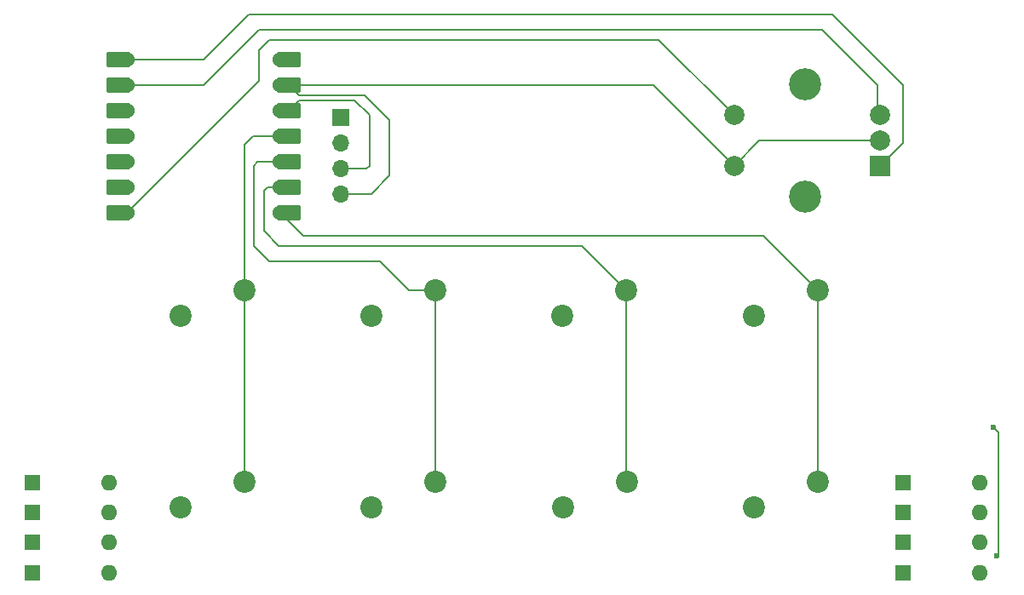
<source format=gbr>
%TF.GenerationSoftware,KiCad,Pcbnew,8.0.6*%
%TF.CreationDate,2024-10-26T22:47:31+05:30*%
%TF.ProjectId,Macropad,4d616372-6f70-4616-942e-6b696361645f,rev?*%
%TF.SameCoordinates,Original*%
%TF.FileFunction,Copper,L1,Top*%
%TF.FilePolarity,Positive*%
%FSLAX46Y46*%
G04 Gerber Fmt 4.6, Leading zero omitted, Abs format (unit mm)*
G04 Created by KiCad (PCBNEW 8.0.6) date 2024-10-26 22:47:31*
%MOMM*%
%LPD*%
G01*
G04 APERTURE LIST*
G04 Aperture macros list*
%AMRoundRect*
0 Rectangle with rounded corners*
0 $1 Rounding radius*
0 $2 $3 $4 $5 $6 $7 $8 $9 X,Y pos of 4 corners*
0 Add a 4 corners polygon primitive as box body*
4,1,4,$2,$3,$4,$5,$6,$7,$8,$9,$2,$3,0*
0 Add four circle primitives for the rounded corners*
1,1,$1+$1,$2,$3*
1,1,$1+$1,$4,$5*
1,1,$1+$1,$6,$7*
1,1,$1+$1,$8,$9*
0 Add four rect primitives between the rounded corners*
20,1,$1+$1,$2,$3,$4,$5,0*
20,1,$1+$1,$4,$5,$6,$7,0*
20,1,$1+$1,$6,$7,$8,$9,0*
20,1,$1+$1,$8,$9,$2,$3,0*%
G04 Aperture macros list end*
%TA.AperFunction,ComponentPad*%
%ADD10C,2.200000*%
%TD*%
%TA.AperFunction,ComponentPad*%
%ADD11R,1.600000X1.600000*%
%TD*%
%TA.AperFunction,ComponentPad*%
%ADD12O,1.600000X1.600000*%
%TD*%
%TA.AperFunction,ComponentPad*%
%ADD13R,2.000000X2.000000*%
%TD*%
%TA.AperFunction,ComponentPad*%
%ADD14C,2.000000*%
%TD*%
%TA.AperFunction,ComponentPad*%
%ADD15C,3.200000*%
%TD*%
%TA.AperFunction,SMDPad,CuDef*%
%ADD16RoundRect,0.152400X1.063600X0.609600X-1.063600X0.609600X-1.063600X-0.609600X1.063600X-0.609600X0*%
%TD*%
%TA.AperFunction,ComponentPad*%
%ADD17C,1.524000*%
%TD*%
%TA.AperFunction,SMDPad,CuDef*%
%ADD18RoundRect,0.152400X-1.063600X-0.609600X1.063600X-0.609600X1.063600X0.609600X-1.063600X0.609600X0*%
%TD*%
%TA.AperFunction,ComponentPad*%
%ADD19R,1.700000X1.700000*%
%TD*%
%TA.AperFunction,ComponentPad*%
%ADD20O,1.700000X1.700000*%
%TD*%
%TA.AperFunction,ViaPad*%
%ADD21C,0.600000*%
%TD*%
%TA.AperFunction,Conductor*%
%ADD22C,0.200000*%
%TD*%
G04 APERTURE END LIST*
D10*
%TO.P,SW3,1,1*%
%TO.N,Column 2*%
X128540000Y-109920000D03*
%TO.P,SW3,2,2*%
%TO.N,Net-(D3-A)*%
X122190000Y-112460000D03*
%TD*%
D11*
%TO.P,D8,1,K*%
%TO.N,Row 1*%
X69500000Y-138000000D03*
D12*
%TO.P,D8,2,A*%
%TO.N,Net-(D8-A)*%
X77120000Y-138000000D03*
%TD*%
D13*
%TO.P,SW9,A,A*%
%TO.N,ENC A*%
X153750000Y-97500000D03*
D14*
%TO.P,SW9,B,B*%
%TO.N,ENC B*%
X153750000Y-92500000D03*
%TO.P,SW9,C,C*%
%TO.N,GND*%
X153750000Y-95000000D03*
D15*
%TO.P,SW9,MP*%
%TO.N,N/C*%
X146250000Y-100600000D03*
X146250000Y-89400000D03*
D14*
%TO.P,SW9,S1,S1*%
%TO.N,enc switch*%
X139250000Y-92500000D03*
%TO.P,SW9,S2,S2*%
%TO.N,GND*%
X139250000Y-97500000D03*
%TD*%
D10*
%TO.P,SW8,1,1*%
%TO.N,Column 3*%
X147540000Y-128920000D03*
%TO.P,SW8,2,2*%
%TO.N,Net-(D8-A)*%
X141190000Y-131460000D03*
%TD*%
D11*
%TO.P,D4,1,K*%
%TO.N,Row 0*%
X156000000Y-138000000D03*
D12*
%TO.P,D4,2,A*%
%TO.N,Net-(D4-A)*%
X163620000Y-138000000D03*
%TD*%
D10*
%TO.P,SW4,1,1*%
%TO.N,Column 3*%
X147540000Y-109920000D03*
%TO.P,SW4,2,2*%
%TO.N,Net-(D4-A)*%
X141190000Y-112460000D03*
%TD*%
D16*
%TO.P,U1,1,PA02_A0_D0*%
%TO.N,ENC A*%
X78045000Y-86960000D03*
D17*
X78880000Y-86960000D03*
D16*
%TO.P,U1,2,PA4_A1_D1*%
%TO.N,ENC B*%
X78045000Y-89500000D03*
D17*
X78880000Y-89500000D03*
D16*
%TO.P,U1,3,PA10_A2_D2*%
%TO.N,Row 1*%
X78045000Y-92040000D03*
D17*
X78880000Y-92040000D03*
D16*
%TO.P,U1,4,PA11_A3_D3*%
%TO.N,Row 0*%
X78045000Y-94580000D03*
D17*
X78880000Y-94580000D03*
D16*
%TO.P,U1,5,PA8_A4_D4_SDA*%
%TO.N,SDA*%
X78045000Y-97120000D03*
D17*
X78880000Y-97120000D03*
D16*
%TO.P,U1,6,PA9_A5_D5_SCL*%
%TO.N,SCL*%
X78045000Y-99660000D03*
D17*
X78880000Y-99660000D03*
D16*
%TO.P,U1,7,PB08_A6_D6_TX*%
%TO.N,enc switch*%
X78045000Y-102200000D03*
D17*
X78880000Y-102200000D03*
%TO.P,U1,8,PB09_A7_D7_RX*%
%TO.N,Column 3*%
X94120000Y-102200000D03*
D18*
X94955000Y-102200000D03*
D17*
%TO.P,U1,9,PA7_A8_D8_SCK*%
%TO.N,Column 2*%
X94120000Y-99660000D03*
D18*
X94955000Y-99660000D03*
D17*
%TO.P,U1,10,PA5_A9_D9_MISO*%
%TO.N,Column 1*%
X94120000Y-97120000D03*
D18*
X94955000Y-97120000D03*
D17*
%TO.P,U1,11,PA6_A10_D10_MOSI*%
%TO.N,Column 0*%
X94120000Y-94580000D03*
D18*
X94955000Y-94580000D03*
D17*
%TO.P,U1,12,3V3*%
%TO.N,3v3*%
X94120000Y-92040000D03*
D18*
X94955000Y-92040000D03*
D17*
%TO.P,U1,13,GND*%
%TO.N,GND*%
X94120000Y-89500000D03*
D18*
X94955000Y-89500000D03*
D17*
%TO.P,U1,14,5V*%
%TO.N,unconnected-(U1-5V-Pad14)*%
X94120000Y-86960000D03*
D18*
X94955000Y-86960000D03*
%TD*%
D10*
%TO.P,SW6,1,1*%
%TO.N,Column 1*%
X109540000Y-128920000D03*
%TO.P,SW6,2,2*%
%TO.N,Net-(D6-A)*%
X103190000Y-131460000D03*
%TD*%
D11*
%TO.P,D1,1,K*%
%TO.N,Row 0*%
X156000000Y-129000000D03*
D12*
%TO.P,D1,2,A*%
%TO.N,Net-(D1-A)*%
X163620000Y-129000000D03*
%TD*%
D11*
%TO.P,D7,1,K*%
%TO.N,Row 1*%
X69500000Y-135000000D03*
D12*
%TO.P,D7,2,A*%
%TO.N,Net-(D7-A)*%
X77120000Y-135000000D03*
%TD*%
D19*
%TO.P,J1,1*%
%TO.N,N/C*%
X100150000Y-92700000D03*
D20*
%TO.P,J1,2*%
X100150000Y-95240000D03*
%TO.P,J1,3*%
X100150000Y-97780000D03*
%TO.P,J1,4*%
X100150000Y-100320000D03*
%TD*%
D10*
%TO.P,SW2,1,1*%
%TO.N,Column 1*%
X109540000Y-109920000D03*
%TO.P,SW2,2,2*%
%TO.N,Net-(D2-A)*%
X103190000Y-112460000D03*
%TD*%
%TO.P,SW1,1,1*%
%TO.N,Column 0*%
X90540000Y-109920000D03*
%TO.P,SW1,2,2*%
%TO.N,Net-(D1-A)*%
X84190000Y-112460000D03*
%TD*%
D11*
%TO.P,D2,1,K*%
%TO.N,Row 0*%
X156000000Y-132000000D03*
D12*
%TO.P,D2,2,A*%
%TO.N,Net-(D2-A)*%
X163620000Y-132000000D03*
%TD*%
D11*
%TO.P,D3,1,K*%
%TO.N,Row 0*%
X156000000Y-135000000D03*
D12*
%TO.P,D3,2,A*%
%TO.N,Net-(D3-A)*%
X163620000Y-135000000D03*
%TD*%
D10*
%TO.P,SW5,1,1*%
%TO.N,Column 0*%
X90540000Y-128920000D03*
%TO.P,SW5,2,2*%
%TO.N,Net-(D5-A)*%
X84190000Y-131460000D03*
%TD*%
D11*
%TO.P,D6,1,K*%
%TO.N,Row 1*%
X69500000Y-132000000D03*
D12*
%TO.P,D6,2,A*%
%TO.N,Net-(D6-A)*%
X77120000Y-132000000D03*
%TD*%
D11*
%TO.P,D5,1,K*%
%TO.N,Row 1*%
X69500000Y-129000000D03*
D12*
%TO.P,D5,2,A*%
%TO.N,Net-(D5-A)*%
X77120000Y-129000000D03*
%TD*%
D10*
%TO.P,SW7,1,1*%
%TO.N,Column 2*%
X128620000Y-128920000D03*
%TO.P,SW7,2,2*%
%TO.N,Net-(D7-A)*%
X122270000Y-131460000D03*
%TD*%
D21*
%TO.N,Net-(D4-A)*%
X165000000Y-123500000D03*
X165310000Y-136310000D03*
%TD*%
D22*
%TO.N,Net-(D4-A)*%
X165000000Y-123500000D02*
X165500000Y-124000000D01*
X165500000Y-124000000D02*
X165500000Y-136120000D01*
X165500000Y-136120000D02*
X165310000Y-136310000D01*
%TO.N,Column 0*%
X91420000Y-94580000D02*
X90540000Y-95460000D01*
X90540000Y-95460000D02*
X90540000Y-109920000D01*
X90540000Y-109920000D02*
X90540000Y-128920000D01*
X94120000Y-94580000D02*
X91420000Y-94580000D01*
%TO.N,Column 1*%
X109540000Y-109920000D02*
X109540000Y-128920000D01*
X106920000Y-109920000D02*
X109540000Y-109920000D01*
X91500000Y-97500000D02*
X91500000Y-105500000D01*
X91500000Y-105500000D02*
X93000000Y-107000000D01*
X104000000Y-107000000D02*
X106920000Y-109920000D01*
X91880000Y-97120000D02*
X91500000Y-97500000D01*
X94120000Y-97120000D02*
X91880000Y-97120000D01*
X93000000Y-107000000D02*
X104000000Y-107000000D01*
%TO.N,Column 2*%
X94120000Y-99660000D02*
X92840000Y-99660000D01*
X128540000Y-109920000D02*
X128540000Y-128840000D01*
X128540000Y-128840000D02*
X128620000Y-128920000D01*
X92840000Y-99660000D02*
X92500000Y-100000000D01*
X92500000Y-104000000D02*
X94000000Y-105500000D01*
X92500000Y-100000000D02*
X92500000Y-104000000D01*
X94000000Y-105500000D02*
X124120000Y-105500000D01*
X124120000Y-105500000D02*
X128540000Y-109920000D01*
%TO.N,Column 3*%
X147540000Y-109920000D02*
X147540000Y-128920000D01*
X96420000Y-104500000D02*
X142120000Y-104500000D01*
X142120000Y-104500000D02*
X147540000Y-109920000D01*
X94120000Y-102200000D02*
X96420000Y-104500000D01*
%TO.N,enc switch*%
X78880000Y-102200000D02*
X92000000Y-89080000D01*
X92000000Y-86000000D02*
X93000000Y-85000000D01*
X131750000Y-85000000D02*
X139250000Y-92500000D01*
X93000000Y-85000000D02*
X131750000Y-85000000D01*
X92000000Y-89080000D02*
X92000000Y-86000000D01*
%TO.N,ENC B*%
X86500000Y-89500000D02*
X92000000Y-84000000D01*
X153500000Y-92250000D02*
X153750000Y-92500000D01*
X153500000Y-89500000D02*
X153500000Y-92250000D01*
X78880000Y-89500000D02*
X86500000Y-89500000D01*
X92000000Y-84000000D02*
X148000000Y-84000000D01*
X148000000Y-84000000D02*
X153500000Y-89500000D01*
%TO.N,ENC A*%
X91000000Y-82500000D02*
X149000000Y-82500000D01*
X156000000Y-89500000D02*
X156000000Y-95250000D01*
X78880000Y-86960000D02*
X86540000Y-86960000D01*
X156000000Y-95250000D02*
X153750000Y-97500000D01*
X86540000Y-86960000D02*
X91000000Y-82500000D01*
X149000000Y-82500000D02*
X156000000Y-89500000D01*
%TO.N,GND*%
X153750000Y-95000000D02*
X141750000Y-95000000D01*
X141750000Y-95000000D02*
X139250000Y-97500000D01*
X102500000Y-90500000D02*
X95955000Y-90500000D01*
X105000000Y-93000000D02*
X102500000Y-90500000D01*
X105000000Y-98500000D02*
X105000000Y-93000000D01*
X95955000Y-90500000D02*
X94955000Y-89500000D01*
X94120000Y-89500000D02*
X131250000Y-89500000D01*
X103180000Y-100320000D02*
X105000000Y-98500000D01*
X100150000Y-100320000D02*
X103180000Y-100320000D01*
X131250000Y-89500000D02*
X139250000Y-97500000D01*
%TO.N,SCL*%
X78880000Y-99660000D02*
X78045000Y-99660000D01*
%TO.N,3v3*%
X103000000Y-97500000D02*
X103000000Y-92500000D01*
X101500000Y-91000000D02*
X95995000Y-91000000D01*
X102720000Y-97780000D02*
X103000000Y-97500000D01*
X95995000Y-91000000D02*
X94955000Y-92040000D01*
X100150000Y-97780000D02*
X102720000Y-97780000D01*
X103000000Y-92500000D02*
X101500000Y-91000000D01*
%TD*%
M02*

</source>
